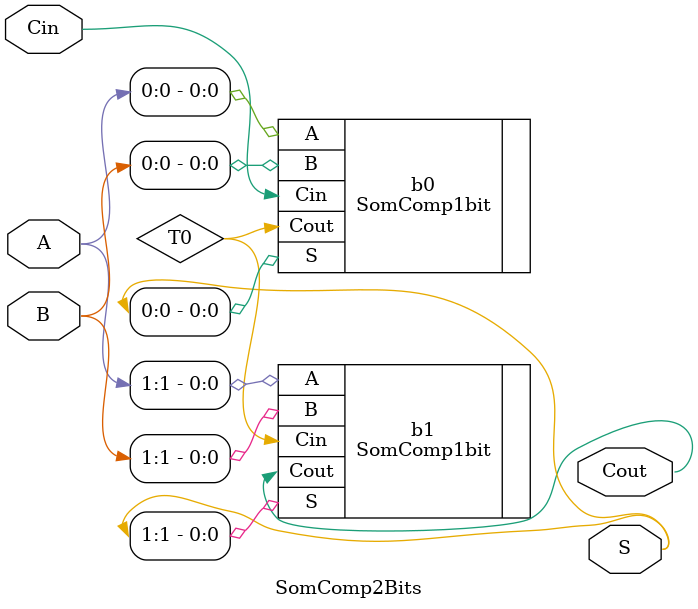
<source format=v>
module SomComp2Bits(S, Cout, A, B, Cin);
	// Declarações
	input [1:0]A; 
	input [1:0]B;
	input Cin;
	output Cout;
	output [1:0]S;
	wire T0;
	
	SomComp1bit b0(.S(S[0]), .Cout(T0), .A(A[0]), .B(B[0]), .Cin(Cin));
	SomComp1bit b1(.S(S[1]), .Cout(Cout), .A(A[1]), .B(B[1]), .Cin(T0));
	
endmodule
</source>
